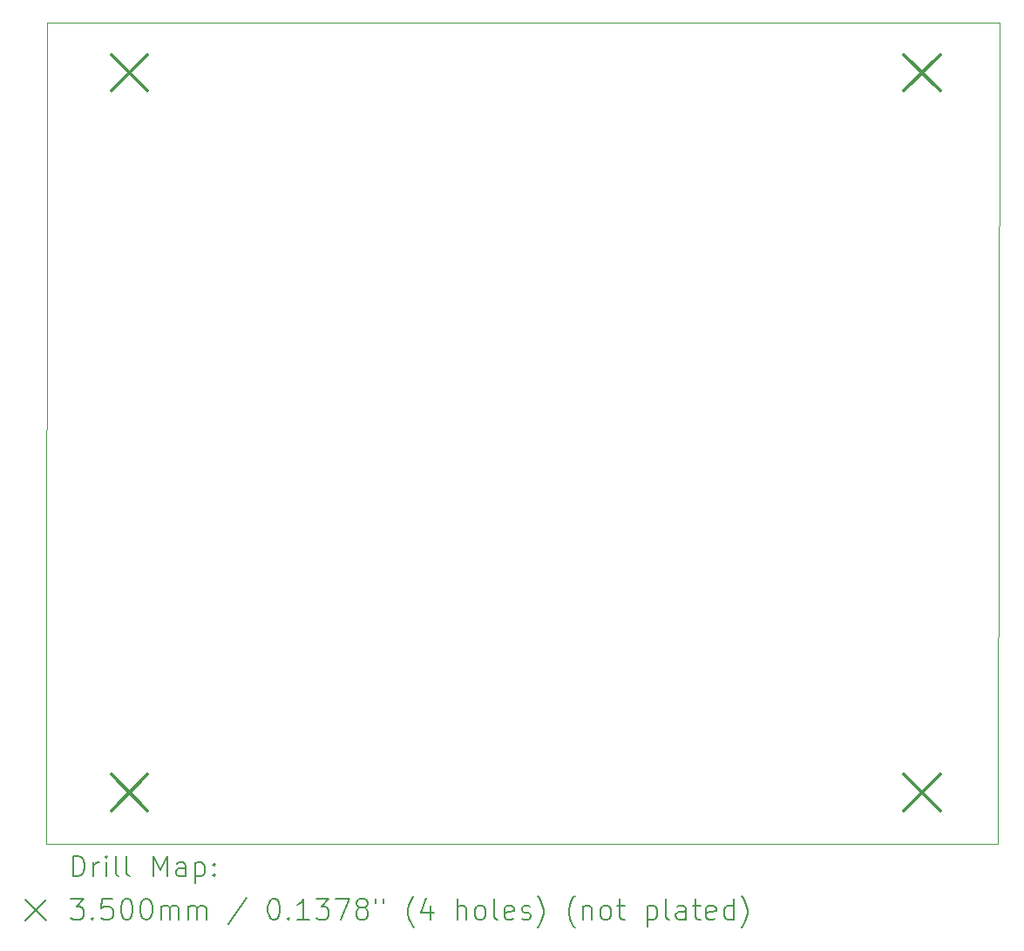
<source format=gbr>
%TF.GenerationSoftware,KiCad,Pcbnew,9.0.1*%
%TF.CreationDate,2025-06-25T22:08:25+03:00*%
%TF.ProjectId,pcb_no_div,7063625f-6e6f-45f6-9469-762e6b696361,rev?*%
%TF.SameCoordinates,Original*%
%TF.FileFunction,Drillmap*%
%TF.FilePolarity,Positive*%
%FSLAX45Y45*%
G04 Gerber Fmt 4.5, Leading zero omitted, Abs format (unit mm)*
G04 Created by KiCad (PCBNEW 9.0.1) date 2025-06-25 22:08:25*
%MOMM*%
%LPD*%
G01*
G04 APERTURE LIST*
%ADD10C,0.038100*%
%ADD11C,0.200000*%
%ADD12C,0.350000*%
G04 APERTURE END LIST*
D10*
X13030000Y-3005000D02*
X13010000Y-10990000D01*
X3775000Y-3005000D02*
X3765000Y-10990000D01*
X13010000Y-10990000D02*
X3765000Y-10990000D01*
X13030000Y-3005000D02*
X3775000Y-3005000D01*
D11*
D12*
X4400000Y-3315000D02*
X4750000Y-3665000D01*
X4750000Y-3315000D02*
X4400000Y-3665000D01*
X4400000Y-10315000D02*
X4750000Y-10665000D01*
X4750000Y-10315000D02*
X4400000Y-10665000D01*
X12100000Y-3315000D02*
X12450000Y-3665000D01*
X12450000Y-3315000D02*
X12100000Y-3665000D01*
X12100000Y-10315000D02*
X12450000Y-10665000D01*
X12450000Y-10315000D02*
X12100000Y-10665000D01*
D11*
X4023872Y-11303389D02*
X4023872Y-11103389D01*
X4023872Y-11103389D02*
X4071491Y-11103389D01*
X4071491Y-11103389D02*
X4100062Y-11112913D01*
X4100062Y-11112913D02*
X4119110Y-11131960D01*
X4119110Y-11131960D02*
X4128634Y-11151008D01*
X4128634Y-11151008D02*
X4138157Y-11189103D01*
X4138157Y-11189103D02*
X4138157Y-11217674D01*
X4138157Y-11217674D02*
X4128634Y-11255770D01*
X4128634Y-11255770D02*
X4119110Y-11274817D01*
X4119110Y-11274817D02*
X4100062Y-11293865D01*
X4100062Y-11293865D02*
X4071491Y-11303389D01*
X4071491Y-11303389D02*
X4023872Y-11303389D01*
X4223872Y-11303389D02*
X4223872Y-11170055D01*
X4223872Y-11208151D02*
X4233396Y-11189103D01*
X4233396Y-11189103D02*
X4242919Y-11179579D01*
X4242919Y-11179579D02*
X4261967Y-11170055D01*
X4261967Y-11170055D02*
X4281015Y-11170055D01*
X4347681Y-11303389D02*
X4347681Y-11170055D01*
X4347681Y-11103389D02*
X4338158Y-11112913D01*
X4338158Y-11112913D02*
X4347681Y-11122436D01*
X4347681Y-11122436D02*
X4357205Y-11112913D01*
X4357205Y-11112913D02*
X4347681Y-11103389D01*
X4347681Y-11103389D02*
X4347681Y-11122436D01*
X4471491Y-11303389D02*
X4452443Y-11293865D01*
X4452443Y-11293865D02*
X4442919Y-11274817D01*
X4442919Y-11274817D02*
X4442919Y-11103389D01*
X4576253Y-11303389D02*
X4557205Y-11293865D01*
X4557205Y-11293865D02*
X4547681Y-11274817D01*
X4547681Y-11274817D02*
X4547681Y-11103389D01*
X4804824Y-11303389D02*
X4804824Y-11103389D01*
X4804824Y-11103389D02*
X4871491Y-11246246D01*
X4871491Y-11246246D02*
X4938158Y-11103389D01*
X4938158Y-11103389D02*
X4938158Y-11303389D01*
X5119110Y-11303389D02*
X5119110Y-11198627D01*
X5119110Y-11198627D02*
X5109586Y-11179579D01*
X5109586Y-11179579D02*
X5090539Y-11170055D01*
X5090539Y-11170055D02*
X5052443Y-11170055D01*
X5052443Y-11170055D02*
X5033396Y-11179579D01*
X5119110Y-11293865D02*
X5100062Y-11303389D01*
X5100062Y-11303389D02*
X5052443Y-11303389D01*
X5052443Y-11303389D02*
X5033396Y-11293865D01*
X5033396Y-11293865D02*
X5023872Y-11274817D01*
X5023872Y-11274817D02*
X5023872Y-11255770D01*
X5023872Y-11255770D02*
X5033396Y-11236722D01*
X5033396Y-11236722D02*
X5052443Y-11227198D01*
X5052443Y-11227198D02*
X5100062Y-11227198D01*
X5100062Y-11227198D02*
X5119110Y-11217674D01*
X5214348Y-11170055D02*
X5214348Y-11370055D01*
X5214348Y-11179579D02*
X5233396Y-11170055D01*
X5233396Y-11170055D02*
X5271491Y-11170055D01*
X5271491Y-11170055D02*
X5290539Y-11179579D01*
X5290539Y-11179579D02*
X5300062Y-11189103D01*
X5300062Y-11189103D02*
X5309586Y-11208151D01*
X5309586Y-11208151D02*
X5309586Y-11265293D01*
X5309586Y-11265293D02*
X5300062Y-11284341D01*
X5300062Y-11284341D02*
X5290539Y-11293865D01*
X5290539Y-11293865D02*
X5271491Y-11303389D01*
X5271491Y-11303389D02*
X5233396Y-11303389D01*
X5233396Y-11303389D02*
X5214348Y-11293865D01*
X5395300Y-11284341D02*
X5404824Y-11293865D01*
X5404824Y-11293865D02*
X5395300Y-11303389D01*
X5395300Y-11303389D02*
X5385777Y-11293865D01*
X5385777Y-11293865D02*
X5395300Y-11284341D01*
X5395300Y-11284341D02*
X5395300Y-11303389D01*
X5395300Y-11179579D02*
X5404824Y-11189103D01*
X5404824Y-11189103D02*
X5395300Y-11198627D01*
X5395300Y-11198627D02*
X5385777Y-11189103D01*
X5385777Y-11189103D02*
X5395300Y-11179579D01*
X5395300Y-11179579D02*
X5395300Y-11198627D01*
X3563095Y-11531905D02*
X3763095Y-11731905D01*
X3763095Y-11531905D02*
X3563095Y-11731905D01*
X4004824Y-11523389D02*
X4128634Y-11523389D01*
X4128634Y-11523389D02*
X4061967Y-11599579D01*
X4061967Y-11599579D02*
X4090538Y-11599579D01*
X4090538Y-11599579D02*
X4109586Y-11609103D01*
X4109586Y-11609103D02*
X4119110Y-11618627D01*
X4119110Y-11618627D02*
X4128634Y-11637674D01*
X4128634Y-11637674D02*
X4128634Y-11685293D01*
X4128634Y-11685293D02*
X4119110Y-11704341D01*
X4119110Y-11704341D02*
X4109586Y-11713865D01*
X4109586Y-11713865D02*
X4090538Y-11723389D01*
X4090538Y-11723389D02*
X4033396Y-11723389D01*
X4033396Y-11723389D02*
X4014348Y-11713865D01*
X4014348Y-11713865D02*
X4004824Y-11704341D01*
X4214348Y-11704341D02*
X4223872Y-11713865D01*
X4223872Y-11713865D02*
X4214348Y-11723389D01*
X4214348Y-11723389D02*
X4204824Y-11713865D01*
X4204824Y-11713865D02*
X4214348Y-11704341D01*
X4214348Y-11704341D02*
X4214348Y-11723389D01*
X4404824Y-11523389D02*
X4309586Y-11523389D01*
X4309586Y-11523389D02*
X4300062Y-11618627D01*
X4300062Y-11618627D02*
X4309586Y-11609103D01*
X4309586Y-11609103D02*
X4328634Y-11599579D01*
X4328634Y-11599579D02*
X4376253Y-11599579D01*
X4376253Y-11599579D02*
X4395300Y-11609103D01*
X4395300Y-11609103D02*
X4404824Y-11618627D01*
X4404824Y-11618627D02*
X4414348Y-11637674D01*
X4414348Y-11637674D02*
X4414348Y-11685293D01*
X4414348Y-11685293D02*
X4404824Y-11704341D01*
X4404824Y-11704341D02*
X4395300Y-11713865D01*
X4395300Y-11713865D02*
X4376253Y-11723389D01*
X4376253Y-11723389D02*
X4328634Y-11723389D01*
X4328634Y-11723389D02*
X4309586Y-11713865D01*
X4309586Y-11713865D02*
X4300062Y-11704341D01*
X4538158Y-11523389D02*
X4557205Y-11523389D01*
X4557205Y-11523389D02*
X4576253Y-11532913D01*
X4576253Y-11532913D02*
X4585777Y-11542436D01*
X4585777Y-11542436D02*
X4595300Y-11561484D01*
X4595300Y-11561484D02*
X4604824Y-11599579D01*
X4604824Y-11599579D02*
X4604824Y-11647198D01*
X4604824Y-11647198D02*
X4595300Y-11685293D01*
X4595300Y-11685293D02*
X4585777Y-11704341D01*
X4585777Y-11704341D02*
X4576253Y-11713865D01*
X4576253Y-11713865D02*
X4557205Y-11723389D01*
X4557205Y-11723389D02*
X4538158Y-11723389D01*
X4538158Y-11723389D02*
X4519110Y-11713865D01*
X4519110Y-11713865D02*
X4509586Y-11704341D01*
X4509586Y-11704341D02*
X4500062Y-11685293D01*
X4500062Y-11685293D02*
X4490539Y-11647198D01*
X4490539Y-11647198D02*
X4490539Y-11599579D01*
X4490539Y-11599579D02*
X4500062Y-11561484D01*
X4500062Y-11561484D02*
X4509586Y-11542436D01*
X4509586Y-11542436D02*
X4519110Y-11532913D01*
X4519110Y-11532913D02*
X4538158Y-11523389D01*
X4728634Y-11523389D02*
X4747681Y-11523389D01*
X4747681Y-11523389D02*
X4766729Y-11532913D01*
X4766729Y-11532913D02*
X4776253Y-11542436D01*
X4776253Y-11542436D02*
X4785777Y-11561484D01*
X4785777Y-11561484D02*
X4795300Y-11599579D01*
X4795300Y-11599579D02*
X4795300Y-11647198D01*
X4795300Y-11647198D02*
X4785777Y-11685293D01*
X4785777Y-11685293D02*
X4776253Y-11704341D01*
X4776253Y-11704341D02*
X4766729Y-11713865D01*
X4766729Y-11713865D02*
X4747681Y-11723389D01*
X4747681Y-11723389D02*
X4728634Y-11723389D01*
X4728634Y-11723389D02*
X4709586Y-11713865D01*
X4709586Y-11713865D02*
X4700062Y-11704341D01*
X4700062Y-11704341D02*
X4690539Y-11685293D01*
X4690539Y-11685293D02*
X4681015Y-11647198D01*
X4681015Y-11647198D02*
X4681015Y-11599579D01*
X4681015Y-11599579D02*
X4690539Y-11561484D01*
X4690539Y-11561484D02*
X4700062Y-11542436D01*
X4700062Y-11542436D02*
X4709586Y-11532913D01*
X4709586Y-11532913D02*
X4728634Y-11523389D01*
X4881015Y-11723389D02*
X4881015Y-11590055D01*
X4881015Y-11609103D02*
X4890539Y-11599579D01*
X4890539Y-11599579D02*
X4909586Y-11590055D01*
X4909586Y-11590055D02*
X4938158Y-11590055D01*
X4938158Y-11590055D02*
X4957205Y-11599579D01*
X4957205Y-11599579D02*
X4966729Y-11618627D01*
X4966729Y-11618627D02*
X4966729Y-11723389D01*
X4966729Y-11618627D02*
X4976253Y-11599579D01*
X4976253Y-11599579D02*
X4995300Y-11590055D01*
X4995300Y-11590055D02*
X5023872Y-11590055D01*
X5023872Y-11590055D02*
X5042920Y-11599579D01*
X5042920Y-11599579D02*
X5052443Y-11618627D01*
X5052443Y-11618627D02*
X5052443Y-11723389D01*
X5147681Y-11723389D02*
X5147681Y-11590055D01*
X5147681Y-11609103D02*
X5157205Y-11599579D01*
X5157205Y-11599579D02*
X5176253Y-11590055D01*
X5176253Y-11590055D02*
X5204824Y-11590055D01*
X5204824Y-11590055D02*
X5223872Y-11599579D01*
X5223872Y-11599579D02*
X5233396Y-11618627D01*
X5233396Y-11618627D02*
X5233396Y-11723389D01*
X5233396Y-11618627D02*
X5242920Y-11599579D01*
X5242920Y-11599579D02*
X5261967Y-11590055D01*
X5261967Y-11590055D02*
X5290539Y-11590055D01*
X5290539Y-11590055D02*
X5309586Y-11599579D01*
X5309586Y-11599579D02*
X5319110Y-11618627D01*
X5319110Y-11618627D02*
X5319110Y-11723389D01*
X5709586Y-11513865D02*
X5538158Y-11771008D01*
X5966729Y-11523389D02*
X5985777Y-11523389D01*
X5985777Y-11523389D02*
X6004824Y-11532913D01*
X6004824Y-11532913D02*
X6014348Y-11542436D01*
X6014348Y-11542436D02*
X6023872Y-11561484D01*
X6023872Y-11561484D02*
X6033396Y-11599579D01*
X6033396Y-11599579D02*
X6033396Y-11647198D01*
X6033396Y-11647198D02*
X6023872Y-11685293D01*
X6023872Y-11685293D02*
X6014348Y-11704341D01*
X6014348Y-11704341D02*
X6004824Y-11713865D01*
X6004824Y-11713865D02*
X5985777Y-11723389D01*
X5985777Y-11723389D02*
X5966729Y-11723389D01*
X5966729Y-11723389D02*
X5947681Y-11713865D01*
X5947681Y-11713865D02*
X5938158Y-11704341D01*
X5938158Y-11704341D02*
X5928634Y-11685293D01*
X5928634Y-11685293D02*
X5919110Y-11647198D01*
X5919110Y-11647198D02*
X5919110Y-11599579D01*
X5919110Y-11599579D02*
X5928634Y-11561484D01*
X5928634Y-11561484D02*
X5938158Y-11542436D01*
X5938158Y-11542436D02*
X5947681Y-11532913D01*
X5947681Y-11532913D02*
X5966729Y-11523389D01*
X6119110Y-11704341D02*
X6128634Y-11713865D01*
X6128634Y-11713865D02*
X6119110Y-11723389D01*
X6119110Y-11723389D02*
X6109586Y-11713865D01*
X6109586Y-11713865D02*
X6119110Y-11704341D01*
X6119110Y-11704341D02*
X6119110Y-11723389D01*
X6319110Y-11723389D02*
X6204824Y-11723389D01*
X6261967Y-11723389D02*
X6261967Y-11523389D01*
X6261967Y-11523389D02*
X6242920Y-11551960D01*
X6242920Y-11551960D02*
X6223872Y-11571008D01*
X6223872Y-11571008D02*
X6204824Y-11580532D01*
X6385777Y-11523389D02*
X6509586Y-11523389D01*
X6509586Y-11523389D02*
X6442920Y-11599579D01*
X6442920Y-11599579D02*
X6471491Y-11599579D01*
X6471491Y-11599579D02*
X6490539Y-11609103D01*
X6490539Y-11609103D02*
X6500062Y-11618627D01*
X6500062Y-11618627D02*
X6509586Y-11637674D01*
X6509586Y-11637674D02*
X6509586Y-11685293D01*
X6509586Y-11685293D02*
X6500062Y-11704341D01*
X6500062Y-11704341D02*
X6490539Y-11713865D01*
X6490539Y-11713865D02*
X6471491Y-11723389D01*
X6471491Y-11723389D02*
X6414348Y-11723389D01*
X6414348Y-11723389D02*
X6395301Y-11713865D01*
X6395301Y-11713865D02*
X6385777Y-11704341D01*
X6576253Y-11523389D02*
X6709586Y-11523389D01*
X6709586Y-11523389D02*
X6623872Y-11723389D01*
X6814348Y-11609103D02*
X6795301Y-11599579D01*
X6795301Y-11599579D02*
X6785777Y-11590055D01*
X6785777Y-11590055D02*
X6776253Y-11571008D01*
X6776253Y-11571008D02*
X6776253Y-11561484D01*
X6776253Y-11561484D02*
X6785777Y-11542436D01*
X6785777Y-11542436D02*
X6795301Y-11532913D01*
X6795301Y-11532913D02*
X6814348Y-11523389D01*
X6814348Y-11523389D02*
X6852443Y-11523389D01*
X6852443Y-11523389D02*
X6871491Y-11532913D01*
X6871491Y-11532913D02*
X6881015Y-11542436D01*
X6881015Y-11542436D02*
X6890539Y-11561484D01*
X6890539Y-11561484D02*
X6890539Y-11571008D01*
X6890539Y-11571008D02*
X6881015Y-11590055D01*
X6881015Y-11590055D02*
X6871491Y-11599579D01*
X6871491Y-11599579D02*
X6852443Y-11609103D01*
X6852443Y-11609103D02*
X6814348Y-11609103D01*
X6814348Y-11609103D02*
X6795301Y-11618627D01*
X6795301Y-11618627D02*
X6785777Y-11628151D01*
X6785777Y-11628151D02*
X6776253Y-11647198D01*
X6776253Y-11647198D02*
X6776253Y-11685293D01*
X6776253Y-11685293D02*
X6785777Y-11704341D01*
X6785777Y-11704341D02*
X6795301Y-11713865D01*
X6795301Y-11713865D02*
X6814348Y-11723389D01*
X6814348Y-11723389D02*
X6852443Y-11723389D01*
X6852443Y-11723389D02*
X6871491Y-11713865D01*
X6871491Y-11713865D02*
X6881015Y-11704341D01*
X6881015Y-11704341D02*
X6890539Y-11685293D01*
X6890539Y-11685293D02*
X6890539Y-11647198D01*
X6890539Y-11647198D02*
X6881015Y-11628151D01*
X6881015Y-11628151D02*
X6871491Y-11618627D01*
X6871491Y-11618627D02*
X6852443Y-11609103D01*
X6966729Y-11523389D02*
X6966729Y-11561484D01*
X7042920Y-11523389D02*
X7042920Y-11561484D01*
X7338158Y-11799579D02*
X7328634Y-11790055D01*
X7328634Y-11790055D02*
X7309586Y-11761484D01*
X7309586Y-11761484D02*
X7300063Y-11742436D01*
X7300063Y-11742436D02*
X7290539Y-11713865D01*
X7290539Y-11713865D02*
X7281015Y-11666246D01*
X7281015Y-11666246D02*
X7281015Y-11628151D01*
X7281015Y-11628151D02*
X7290539Y-11580532D01*
X7290539Y-11580532D02*
X7300063Y-11551960D01*
X7300063Y-11551960D02*
X7309586Y-11532913D01*
X7309586Y-11532913D02*
X7328634Y-11504341D01*
X7328634Y-11504341D02*
X7338158Y-11494817D01*
X7500063Y-11590055D02*
X7500063Y-11723389D01*
X7452443Y-11513865D02*
X7404824Y-11656722D01*
X7404824Y-11656722D02*
X7528634Y-11656722D01*
X7757205Y-11723389D02*
X7757205Y-11523389D01*
X7842920Y-11723389D02*
X7842920Y-11618627D01*
X7842920Y-11618627D02*
X7833396Y-11599579D01*
X7833396Y-11599579D02*
X7814348Y-11590055D01*
X7814348Y-11590055D02*
X7785777Y-11590055D01*
X7785777Y-11590055D02*
X7766729Y-11599579D01*
X7766729Y-11599579D02*
X7757205Y-11609103D01*
X7966729Y-11723389D02*
X7947682Y-11713865D01*
X7947682Y-11713865D02*
X7938158Y-11704341D01*
X7938158Y-11704341D02*
X7928634Y-11685293D01*
X7928634Y-11685293D02*
X7928634Y-11628151D01*
X7928634Y-11628151D02*
X7938158Y-11609103D01*
X7938158Y-11609103D02*
X7947682Y-11599579D01*
X7947682Y-11599579D02*
X7966729Y-11590055D01*
X7966729Y-11590055D02*
X7995301Y-11590055D01*
X7995301Y-11590055D02*
X8014348Y-11599579D01*
X8014348Y-11599579D02*
X8023872Y-11609103D01*
X8023872Y-11609103D02*
X8033396Y-11628151D01*
X8033396Y-11628151D02*
X8033396Y-11685293D01*
X8033396Y-11685293D02*
X8023872Y-11704341D01*
X8023872Y-11704341D02*
X8014348Y-11713865D01*
X8014348Y-11713865D02*
X7995301Y-11723389D01*
X7995301Y-11723389D02*
X7966729Y-11723389D01*
X8147682Y-11723389D02*
X8128634Y-11713865D01*
X8128634Y-11713865D02*
X8119110Y-11694817D01*
X8119110Y-11694817D02*
X8119110Y-11523389D01*
X8300063Y-11713865D02*
X8281015Y-11723389D01*
X8281015Y-11723389D02*
X8242920Y-11723389D01*
X8242920Y-11723389D02*
X8223872Y-11713865D01*
X8223872Y-11713865D02*
X8214348Y-11694817D01*
X8214348Y-11694817D02*
X8214348Y-11618627D01*
X8214348Y-11618627D02*
X8223872Y-11599579D01*
X8223872Y-11599579D02*
X8242920Y-11590055D01*
X8242920Y-11590055D02*
X8281015Y-11590055D01*
X8281015Y-11590055D02*
X8300063Y-11599579D01*
X8300063Y-11599579D02*
X8309586Y-11618627D01*
X8309586Y-11618627D02*
X8309586Y-11637674D01*
X8309586Y-11637674D02*
X8214348Y-11656722D01*
X8385777Y-11713865D02*
X8404825Y-11723389D01*
X8404825Y-11723389D02*
X8442920Y-11723389D01*
X8442920Y-11723389D02*
X8461968Y-11713865D01*
X8461968Y-11713865D02*
X8471491Y-11694817D01*
X8471491Y-11694817D02*
X8471491Y-11685293D01*
X8471491Y-11685293D02*
X8461968Y-11666246D01*
X8461968Y-11666246D02*
X8442920Y-11656722D01*
X8442920Y-11656722D02*
X8414348Y-11656722D01*
X8414348Y-11656722D02*
X8395301Y-11647198D01*
X8395301Y-11647198D02*
X8385777Y-11628151D01*
X8385777Y-11628151D02*
X8385777Y-11618627D01*
X8385777Y-11618627D02*
X8395301Y-11599579D01*
X8395301Y-11599579D02*
X8414348Y-11590055D01*
X8414348Y-11590055D02*
X8442920Y-11590055D01*
X8442920Y-11590055D02*
X8461968Y-11599579D01*
X8538158Y-11799579D02*
X8547682Y-11790055D01*
X8547682Y-11790055D02*
X8566729Y-11761484D01*
X8566729Y-11761484D02*
X8576253Y-11742436D01*
X8576253Y-11742436D02*
X8585777Y-11713865D01*
X8585777Y-11713865D02*
X8595301Y-11666246D01*
X8595301Y-11666246D02*
X8595301Y-11628151D01*
X8595301Y-11628151D02*
X8585777Y-11580532D01*
X8585777Y-11580532D02*
X8576253Y-11551960D01*
X8576253Y-11551960D02*
X8566729Y-11532913D01*
X8566729Y-11532913D02*
X8547682Y-11504341D01*
X8547682Y-11504341D02*
X8538158Y-11494817D01*
X8900063Y-11799579D02*
X8890539Y-11790055D01*
X8890539Y-11790055D02*
X8871491Y-11761484D01*
X8871491Y-11761484D02*
X8861968Y-11742436D01*
X8861968Y-11742436D02*
X8852444Y-11713865D01*
X8852444Y-11713865D02*
X8842920Y-11666246D01*
X8842920Y-11666246D02*
X8842920Y-11628151D01*
X8842920Y-11628151D02*
X8852444Y-11580532D01*
X8852444Y-11580532D02*
X8861968Y-11551960D01*
X8861968Y-11551960D02*
X8871491Y-11532913D01*
X8871491Y-11532913D02*
X8890539Y-11504341D01*
X8890539Y-11504341D02*
X8900063Y-11494817D01*
X8976253Y-11590055D02*
X8976253Y-11723389D01*
X8976253Y-11609103D02*
X8985777Y-11599579D01*
X8985777Y-11599579D02*
X9004825Y-11590055D01*
X9004825Y-11590055D02*
X9033396Y-11590055D01*
X9033396Y-11590055D02*
X9052444Y-11599579D01*
X9052444Y-11599579D02*
X9061968Y-11618627D01*
X9061968Y-11618627D02*
X9061968Y-11723389D01*
X9185777Y-11723389D02*
X9166729Y-11713865D01*
X9166729Y-11713865D02*
X9157206Y-11704341D01*
X9157206Y-11704341D02*
X9147682Y-11685293D01*
X9147682Y-11685293D02*
X9147682Y-11628151D01*
X9147682Y-11628151D02*
X9157206Y-11609103D01*
X9157206Y-11609103D02*
X9166729Y-11599579D01*
X9166729Y-11599579D02*
X9185777Y-11590055D01*
X9185777Y-11590055D02*
X9214349Y-11590055D01*
X9214349Y-11590055D02*
X9233396Y-11599579D01*
X9233396Y-11599579D02*
X9242920Y-11609103D01*
X9242920Y-11609103D02*
X9252444Y-11628151D01*
X9252444Y-11628151D02*
X9252444Y-11685293D01*
X9252444Y-11685293D02*
X9242920Y-11704341D01*
X9242920Y-11704341D02*
X9233396Y-11713865D01*
X9233396Y-11713865D02*
X9214349Y-11723389D01*
X9214349Y-11723389D02*
X9185777Y-11723389D01*
X9309587Y-11590055D02*
X9385777Y-11590055D01*
X9338158Y-11523389D02*
X9338158Y-11694817D01*
X9338158Y-11694817D02*
X9347682Y-11713865D01*
X9347682Y-11713865D02*
X9366729Y-11723389D01*
X9366729Y-11723389D02*
X9385777Y-11723389D01*
X9604825Y-11590055D02*
X9604825Y-11790055D01*
X9604825Y-11599579D02*
X9623872Y-11590055D01*
X9623872Y-11590055D02*
X9661968Y-11590055D01*
X9661968Y-11590055D02*
X9681015Y-11599579D01*
X9681015Y-11599579D02*
X9690539Y-11609103D01*
X9690539Y-11609103D02*
X9700063Y-11628151D01*
X9700063Y-11628151D02*
X9700063Y-11685293D01*
X9700063Y-11685293D02*
X9690539Y-11704341D01*
X9690539Y-11704341D02*
X9681015Y-11713865D01*
X9681015Y-11713865D02*
X9661968Y-11723389D01*
X9661968Y-11723389D02*
X9623872Y-11723389D01*
X9623872Y-11723389D02*
X9604825Y-11713865D01*
X9814349Y-11723389D02*
X9795301Y-11713865D01*
X9795301Y-11713865D02*
X9785777Y-11694817D01*
X9785777Y-11694817D02*
X9785777Y-11523389D01*
X9976253Y-11723389D02*
X9976253Y-11618627D01*
X9976253Y-11618627D02*
X9966730Y-11599579D01*
X9966730Y-11599579D02*
X9947682Y-11590055D01*
X9947682Y-11590055D02*
X9909587Y-11590055D01*
X9909587Y-11590055D02*
X9890539Y-11599579D01*
X9976253Y-11713865D02*
X9957206Y-11723389D01*
X9957206Y-11723389D02*
X9909587Y-11723389D01*
X9909587Y-11723389D02*
X9890539Y-11713865D01*
X9890539Y-11713865D02*
X9881015Y-11694817D01*
X9881015Y-11694817D02*
X9881015Y-11675770D01*
X9881015Y-11675770D02*
X9890539Y-11656722D01*
X9890539Y-11656722D02*
X9909587Y-11647198D01*
X9909587Y-11647198D02*
X9957206Y-11647198D01*
X9957206Y-11647198D02*
X9976253Y-11637674D01*
X10042920Y-11590055D02*
X10119110Y-11590055D01*
X10071491Y-11523389D02*
X10071491Y-11694817D01*
X10071491Y-11694817D02*
X10081015Y-11713865D01*
X10081015Y-11713865D02*
X10100063Y-11723389D01*
X10100063Y-11723389D02*
X10119110Y-11723389D01*
X10261968Y-11713865D02*
X10242920Y-11723389D01*
X10242920Y-11723389D02*
X10204825Y-11723389D01*
X10204825Y-11723389D02*
X10185777Y-11713865D01*
X10185777Y-11713865D02*
X10176253Y-11694817D01*
X10176253Y-11694817D02*
X10176253Y-11618627D01*
X10176253Y-11618627D02*
X10185777Y-11599579D01*
X10185777Y-11599579D02*
X10204825Y-11590055D01*
X10204825Y-11590055D02*
X10242920Y-11590055D01*
X10242920Y-11590055D02*
X10261968Y-11599579D01*
X10261968Y-11599579D02*
X10271491Y-11618627D01*
X10271491Y-11618627D02*
X10271491Y-11637674D01*
X10271491Y-11637674D02*
X10176253Y-11656722D01*
X10442920Y-11723389D02*
X10442920Y-11523389D01*
X10442920Y-11713865D02*
X10423872Y-11723389D01*
X10423872Y-11723389D02*
X10385777Y-11723389D01*
X10385777Y-11723389D02*
X10366730Y-11713865D01*
X10366730Y-11713865D02*
X10357206Y-11704341D01*
X10357206Y-11704341D02*
X10347682Y-11685293D01*
X10347682Y-11685293D02*
X10347682Y-11628151D01*
X10347682Y-11628151D02*
X10357206Y-11609103D01*
X10357206Y-11609103D02*
X10366730Y-11599579D01*
X10366730Y-11599579D02*
X10385777Y-11590055D01*
X10385777Y-11590055D02*
X10423872Y-11590055D01*
X10423872Y-11590055D02*
X10442920Y-11599579D01*
X10519111Y-11799579D02*
X10528634Y-11790055D01*
X10528634Y-11790055D02*
X10547682Y-11761484D01*
X10547682Y-11761484D02*
X10557206Y-11742436D01*
X10557206Y-11742436D02*
X10566730Y-11713865D01*
X10566730Y-11713865D02*
X10576253Y-11666246D01*
X10576253Y-11666246D02*
X10576253Y-11628151D01*
X10576253Y-11628151D02*
X10566730Y-11580532D01*
X10566730Y-11580532D02*
X10557206Y-11551960D01*
X10557206Y-11551960D02*
X10547682Y-11532913D01*
X10547682Y-11532913D02*
X10528634Y-11504341D01*
X10528634Y-11504341D02*
X10519111Y-11494817D01*
M02*

</source>
